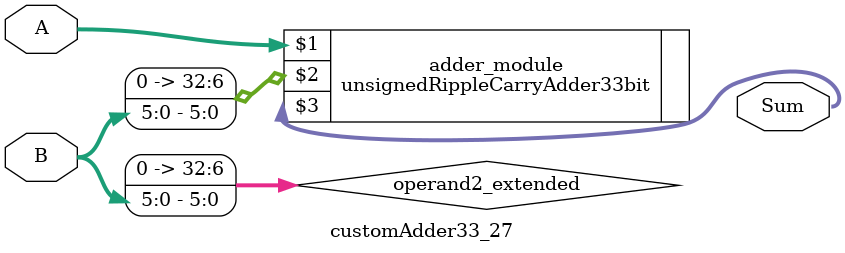
<source format=v>
module customAdder33_27(
                        input [32 : 0] A,
                        input [5 : 0] B,
                        
                        output [33 : 0] Sum
                );

        wire [32 : 0] operand2_extended;
        
        assign operand2_extended =  {27'b0, B};
        
        unsignedRippleCarryAdder33bit adder_module(
            A,
            operand2_extended,
            Sum
        );
        
        endmodule
        
</source>
